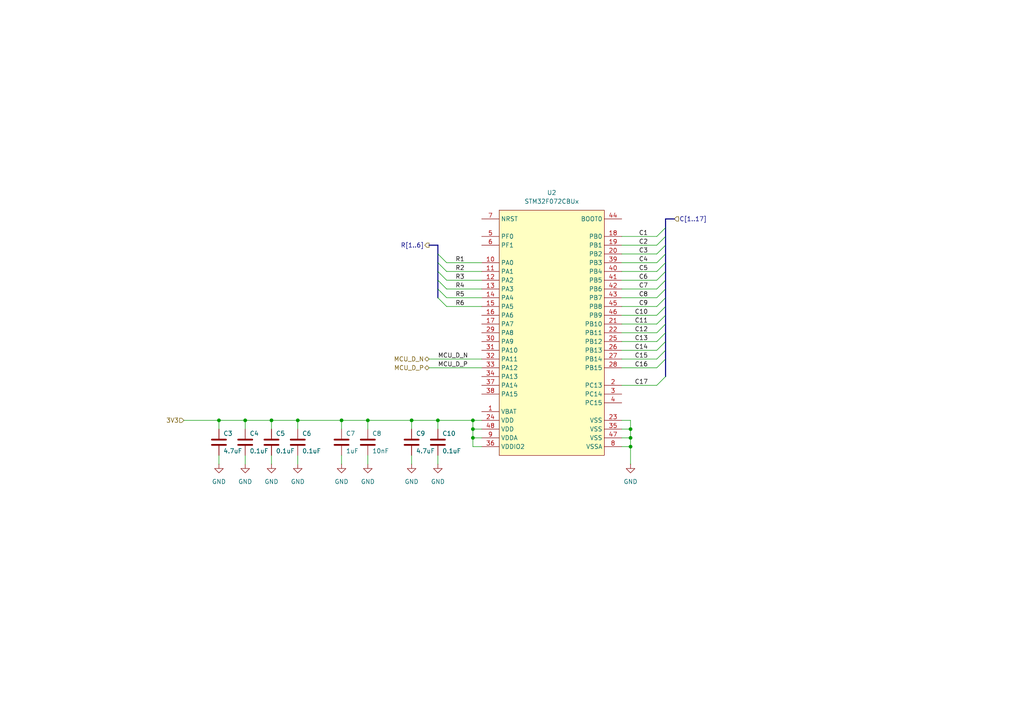
<source format=kicad_sch>
(kicad_sch (version 20250114) (generator "eeschema") (generator_version "9.0")
  (paper "A4")
  (lib_symbols
    (symbol "Device:C" (pin_numbers (hide yes)) (pin_names (offset 0.254))
      (property "Reference" "C" (at 0.635 2.54 0))
      (property "Value" "C" (at 0.635 -2.54 0))
      (symbol "C_0_1"
        (polyline (pts (xy -2.032 0.762) (xy 2.032 0.762)) (stroke (width 0.508)))
        (polyline (pts (xy -2.032 -0.762) (xy 2.032 -0.762)) (stroke (width 0.508)))
      )
      (symbol "C_1_1"
        (pin passive line (at 0 3.81 270) (length 2.794) (name "~") (number "1"))
        (pin passive line (at 0 -3.81 90) (length 2.794) (name "~") (number "2"))
      )
    )
    (symbol "library:STM32F072CBUx"
      (property "Reference" "U" (at 0 40.64 0))
      (property "Value" "STM32F072CBUx" (at 0 38.1 0))
      (symbol "STM32F072CBUx_1_1"
        (rectangle (start -15.24 35.56) (end 15.24 -35.56) (fill (type color) (color 255 255 194 1)))
        (pin input line (at -20.32 33.02 0) (length 5.08) (name "NRST") (number "7"))
        (pin bidirectional line (at -20.32 27.94 0) (length 5.08) (name "PF0") (number "5"))
        (pin bidirectional line (at -20.32 25.4 0) (length 5.08) (name "PF1") (number "6"))
        (pin bidirectional line (at -20.32 20.32 0) (length 5.08) (name "PA0") (number "10"))
        (pin bidirectional line (at -20.32 17.78 0) (length 5.08) (name "PA1") (number "11"))
        (pin bidirectional line (at -20.32 15.24 0) (length 5.08) (name "PA2") (number "12"))
        (pin bidirectional line (at -20.32 12.7 0) (length 5.08) (name "PA3") (number "13"))
        (pin bidirectional line (at -20.32 10.16 0) (length 5.08) (name "PA4") (number "14"))
        (pin bidirectional line (at -20.32 7.62 0) (length 5.08) (name "PA5") (number "15"))
        (pin bidirectional line (at -20.32 5.08 0) (length 5.08) (name "PA6") (number "16"))
        (pin bidirectional line (at -20.32 2.54 0) (length 5.08) (name "PA7") (number "17"))
        (pin bidirectional line (at -20.32 0 0) (length 5.08) (name "PA8") (number "29"))
        (pin bidirectional line (at -20.32 -2.54 0) (length 5.08) (name "PA9") (number "30"))
        (pin bidirectional line (at -20.32 -5.08 0) (length 5.08) (name "PA10") (number "31"))
        (pin bidirectional line (at -20.32 -7.62 0) (length 5.08) (name "PA11") (number "32"))
        (pin bidirectional line (at -20.32 -10.16 0) (length 5.08) (name "PA12") (number "33"))
        (pin bidirectional line (at -20.32 -12.7 0) (length 5.08) (name "PA13") (number "34"))
        (pin bidirectional line (at -20.32 -15.24 0) (length 5.08) (name "PA14") (number "37"))
        (pin bidirectional line (at -20.32 -17.78 0) (length 5.08) (name "PA15") (number "38"))
        (pin power_in line (at -20.32 -22.86 0) (length 5.08) (name "VBAT") (number "1"))
        (pin power_in line (at -20.32 -25.4 0) (length 5.08) (name "VDD") (number "24"))
        (pin power_in line (at -20.32 -27.94 0) (length 5.08) (name "VDD") (number "48"))
        (pin power_in line (at -20.32 -30.48 0) (length 5.08) (name "VDDA") (number "9"))
        (pin power_in line (at -20.32 -33.02 0) (length 5.08) (name "VDDIO2") (number "36"))
        (pin input line (at 20.32 33.02 180) (length 5.08) (name "BOOT0") (number "44"))
        (pin bidirectional line (at 20.32 27.94 180) (length 5.08) (name "PB0") (number "18"))
        (pin bidirectional line (at 20.32 25.4 180) (length 5.08) (name "PB1") (number "19"))
        (pin bidirectional line (at 20.32 22.86 180) (length 5.08) (name "PB2") (number "20"))
        (pin bidirectional line (at 20.32 20.32 180) (length 5.08) (name "PB3") (number "39"))
        (pin bidirectional line (at 20.32 17.78 180) (length 5.08) (name "PB4") (number "40"))
        (pin bidirectional line (at 20.32 15.24 180) (length 5.08) (name "PB5") (number "41"))
        (pin bidirectional line (at 20.32 12.7 180) (length 5.08) (name "PB6") (number "42"))
        (pin bidirectional line (at 20.32 10.16 180) (length 5.08) (name "PB7") (number "43"))
        (pin bidirectional line (at 20.32 7.62 180) (length 5.08) (name "PB8") (number "45"))
        (pin bidirectional line (at 20.32 5.08 180) (length 5.08) (name "PB9") (number "46"))
        (pin bidirectional line (at 20.32 2.54 180) (length 5.08) (name "PB10") (number "21"))
        (pin bidirectional line (at 20.32 0 180) (length 5.08) (name "PB11") (number "22"))
        (pin bidirectional line (at 20.32 -2.54 180) (length 5.08) (name "PB12") (number "25"))
        (pin bidirectional line (at 20.32 -5.08 180) (length 5.08) (name "PB13") (number "26"))
        (pin bidirectional line (at 20.32 -7.62 180) (length 5.08) (name "PB14") (number "27"))
        (pin bidirectional line (at 20.32 -10.16 180) (length 5.08) (name "PB15") (number "28"))
        (pin bidirectional line (at 20.32 -15.24 180) (length 5.08) (name "PC13") (number "2"))
        (pin bidirectional line (at 20.32 -17.78 180) (length 5.08) (name "PC14") (number "3"))
        (pin bidirectional line (at 20.32 -20.32 180) (length 5.08) (name "PC15") (number "4"))
        (pin power_in line (at 20.32 -25.4 180) (length 5.08) (name "VSS") (number "23"))
        (pin power_in line (at 20.32 -25.4 180) (length 5.08) (hide yes) (name "GND") (number "EP"))
        (pin power_in line (at 20.32 -27.94 180) (length 5.08) (name "VSS") (number "35"))
        (pin power_in line (at 20.32 -30.48 180) (length 5.08) (name "VSS") (number "47"))
        (pin power_in line (at 20.32 -33.02 180) (length 5.08) (name "VSSA") (number "8"))
      )
    )
    (symbol "power:GND" (power) (pin_numbers (hide yes)) (pin_names (offset 0) (hide yes))
      (property "Value" "GND" (at 0 -3.81 0))
      (symbol "GND_0_1"
        (polyline (pts (xy 0 0) (xy 0 -1.27) (xy 1.27 -1.27) (xy 0 -2.54) (xy -1.27 -1.27) (xy 0 -1.27)))
      )
      (symbol "GND_1_1"
        (pin power_in line (at 0 0 270) (length 0) (name "~") (number "1"))
      )
    )
  )
  (junction (at 182.88 124.46))
  (junction (at 71.12 121.92))
  (junction (at 127 121.92))
  (junction (at 182.88 129.54))
  (junction (at 106.68 121.92))
  (junction (at 137.16 127))
  (junction (at 137.16 124.46))
  (junction (at 99.06 121.92))
  (junction (at 119.38 121.92))
  (junction (at 78.74 121.92))
  (junction (at 137.16 121.92))
  (junction (at 63.5 121.92))
  (junction (at 86.36 121.92))
  (junction (at 182.88 127))
  (bus_entry (at 127 76.2) (size 2.54 2.54))
  (bus_entry (at 193.04 78.74) (size -2.54 2.54))
  (bus_entry (at 193.04 81.28) (size -2.54 2.54))
  (bus_entry (at 193.04 88.9) (size -2.54 2.54))
  (bus_entry (at 127 78.74) (size 2.54 2.54))
  (bus_entry (at 127 86.36) (size 2.54 2.54))
  (bus_entry (at 193.04 86.36) (size -2.54 2.54))
  (bus_entry (at 193.04 99.06) (size -2.54 2.54))
  (bus_entry (at 127 81.28) (size 2.54 2.54))
  (bus_entry (at 193.04 83.82) (size -2.54 2.54))
  (bus_entry (at 193.04 101.6) (size -2.54 2.54))
  (bus_entry (at 193.04 109.22) (size -2.54 2.54))
  (bus_entry (at 193.04 73.66) (size -2.54 2.54))
  (bus_entry (at 193.04 71.12) (size -2.54 2.54))
  (bus_entry (at 193.04 104.14) (size -2.54 2.54))
  (bus_entry (at 193.04 96.52) (size -2.54 2.54))
  (bus_entry (at 193.04 68.58) (size -2.54 2.54))
  (bus_entry (at 193.04 76.2) (size -2.54 2.54))
  (bus_entry (at 193.04 66.04) (size -2.54 2.54))
  (bus_entry (at 193.04 93.98) (size -2.54 2.54))
  (bus_entry (at 193.04 91.44) (size -2.54 2.54))
  (bus_entry (at 127 83.82) (size 2.54 2.54))
  (bus_entry (at 127 73.66) (size 2.54 2.54))
  (wire (pts (xy 119.38 134.62) (xy 119.38 132.08)))
  (wire (pts (xy 63.5 121.92) (xy 71.12 121.92)))
  (wire (pts (xy 53.34 121.92) (xy 63.5 121.92)))
  (wire (pts (xy 180.34 106.68) (xy 190.5 106.68)))
  (wire (pts (xy 137.16 124.46) (xy 137.16 127)))
  (wire (pts (xy 190.5 81.28) (xy 180.34 81.28)))
  (wire (pts (xy 119.38 121.92) (xy 127 121.92)))
  (wire (pts (xy 190.5 78.74) (xy 180.34 78.74)))
  (wire (pts (xy 129.54 76.2) (xy 139.7 76.2)))
  (wire (pts (xy 129.54 81.28) (xy 139.7 81.28)))
  (wire (pts (xy 129.54 83.82) (xy 139.7 83.82)))
  (wire (pts (xy 182.88 129.54) (xy 180.34 129.54)))
  (wire (pts (xy 127 134.62) (xy 127 132.08)))
  (wire (pts (xy 180.34 93.98) (xy 190.5 93.98)))
  (bus (pts (xy 193.04 93.98) (xy 193.04 96.52)))
  (wire (pts (xy 190.5 76.2) (xy 180.34 76.2)))
  (wire (pts (xy 137.16 124.46) (xy 139.7 124.46)))
  (wire (pts (xy 106.68 121.92) (xy 119.38 121.92)))
  (bus (pts (xy 193.04 99.06) (xy 193.04 101.6)))
  (bus (pts (xy 193.04 71.12) (xy 193.04 68.58)))
  (wire (pts (xy 182.88 124.46) (xy 180.34 124.46)))
  (wire (pts (xy 63.5 121.92) (xy 63.5 124.46)))
  (bus (pts (xy 193.04 81.28) (xy 193.04 78.74)))
  (bus (pts (xy 193.04 91.44) (xy 193.04 93.98)))
  (wire (pts (xy 182.88 127) (xy 182.88 129.54)))
  (wire (pts (xy 129.54 88.9) (xy 139.7 88.9)))
  (wire (pts (xy 71.12 121.92) (xy 78.74 121.92)))
  (wire (pts (xy 190.5 71.12) (xy 180.34 71.12)))
  (wire (pts (xy 190.5 86.36) (xy 180.34 86.36)))
  (wire (pts (xy 78.74 121.92) (xy 86.36 121.92)))
  (wire (pts (xy 129.54 78.74) (xy 139.7 78.74)))
  (wire (pts (xy 180.34 91.44) (xy 190.5 91.44)))
  (wire (pts (xy 137.16 129.54) (xy 139.7 129.54)))
  (bus (pts (xy 127 76.2) (xy 127 78.74)))
  (wire (pts (xy 129.54 86.36) (xy 139.7 86.36)))
  (bus (pts (xy 193.04 63.5) (xy 195.58 63.5)))
  (bus (pts (xy 124.46 71.12) (xy 127 71.12)))
  (wire (pts (xy 180.34 96.52) (xy 190.5 96.52)))
  (wire (pts (xy 190.5 68.58) (xy 180.34 68.58)))
  (wire (pts (xy 78.74 121.92) (xy 78.74 124.46)))
  (bus (pts (xy 193.04 83.82) (xy 193.04 86.36)))
  (wire (pts (xy 71.12 121.92) (xy 71.12 124.46)))
  (wire (pts (xy 137.16 127) (xy 139.7 127)))
  (bus (pts (xy 193.04 88.9) (xy 193.04 91.44)))
  (wire (pts (xy 180.34 99.06) (xy 190.5 99.06)))
  (wire (pts (xy 106.68 121.92) (xy 106.68 124.46)))
  (wire (pts (xy 99.06 134.62) (xy 99.06 132.08)))
  (wire (pts (xy 99.06 121.92) (xy 99.06 124.46)))
  (bus (pts (xy 127 81.28) (xy 127 83.82)))
  (wire (pts (xy 78.74 134.62) (xy 78.74 132.08)))
  (wire (pts (xy 180.34 88.9) (xy 190.5 88.9)))
  (bus (pts (xy 127 83.82) (xy 127 86.36)))
  (wire (pts (xy 190.5 83.82) (xy 180.34 83.82)))
  (wire (pts (xy 137.16 121.92) (xy 139.7 121.92)))
  (bus (pts (xy 193.04 76.2) (xy 193.04 73.66)))
  (wire (pts (xy 190.5 73.66) (xy 180.34 73.66)))
  (wire (pts (xy 63.5 134.62) (xy 63.5 132.08)))
  (wire (pts (xy 86.36 134.62) (xy 86.36 132.08)))
  (wire (pts (xy 127 121.92) (xy 127 124.46)))
  (wire (pts (xy 182.88 129.54) (xy 182.88 134.62)))
  (wire (pts (xy 180.34 104.14) (xy 190.5 104.14)))
  (bus (pts (xy 127 71.12) (xy 127 73.66)))
  (wire (pts (xy 119.38 121.92) (xy 119.38 124.46)))
  (bus (pts (xy 127 78.74) (xy 127 81.28)))
  (wire (pts (xy 106.68 134.62) (xy 106.68 132.08)))
  (wire (pts (xy 86.36 121.92) (xy 86.36 124.46)))
  (bus (pts (xy 193.04 86.36) (xy 193.04 88.9)))
  (bus (pts (xy 193.04 104.14) (xy 193.04 109.22)))
  (bus (pts (xy 193.04 66.04) (xy 193.04 63.5)))
  (wire (pts (xy 137.16 127) (xy 137.16 129.54)))
  (wire (pts (xy 124.46 104.14) (xy 139.7 104.14)))
  (bus (pts (xy 193.04 78.74) (xy 193.04 76.2)))
  (bus (pts (xy 193.04 73.66) (xy 193.04 71.12)))
  (wire (pts (xy 180.34 101.6) (xy 190.5 101.6)))
  (wire (pts (xy 124.46 106.68) (xy 139.7 106.68)))
  (wire (pts (xy 182.88 124.46) (xy 182.88 127)))
  (wire (pts (xy 127 121.92) (xy 137.16 121.92)))
  (wire (pts (xy 86.36 121.92) (xy 99.06 121.92)))
  (bus (pts (xy 193.04 68.58) (xy 193.04 66.04)))
  (bus (pts (xy 127 73.66) (xy 127 76.2)))
  (wire (pts (xy 180.34 111.76) (xy 190.5 111.76)))
  (wire (pts (xy 137.16 121.92) (xy 137.16 124.46)))
  (bus (pts (xy 193.04 101.6) (xy 193.04 104.14)))
  (wire (pts (xy 182.88 121.92) (xy 180.34 121.92)))
  (bus (pts (xy 193.04 83.82) (xy 193.04 81.28)))
  (wire (pts (xy 71.12 134.62) (xy 71.12 132.08)))
  (wire (pts (xy 182.88 121.92) (xy 182.88 124.46)))
  (wire (pts (xy 182.88 127) (xy 180.34 127)))
  (bus (pts (xy 193.04 96.52) (xy 193.04 99.06)))
  (wire (pts (xy 99.06 121.92) (xy 106.68 121.92)))
  (label "C16" (at 187.96 106.68 180))
  (label "C17" (at 187.96 111.76 180))
  (label "R2" (at 132.08 78.74 0))
  (label "C12" (at 187.96 96.52 180))
  (label "C5" (at 187.96 78.74 180))
  (label "C4" (at 187.96 76.2 180))
  (label "C14" (at 187.96 101.6 180))
  (label "C2" (at 187.96 71.12 180))
  (label "C10" (at 187.96 91.44 180))
  (label "C1" (at 187.96 68.58 180))
  (label "R1" (at 132.08 76.2 0))
  (label "C15" (at 187.96 104.14 180))
  (label "R4" (at 132.08 83.82 0))
  (label "C9" (at 187.96 88.9 180))
  (label "R5" (at 132.08 86.36 0))
  (label "C13" (at 187.96 99.06 180))
  (label "R3" (at 132.08 81.28 0))
  (label "C7" (at 187.96 83.82 180))
  (label "C8" (at 187.96 86.36 180))
  (label "C11" (at 187.96 93.98 180))
  (label "C3" (at 187.96 73.66 180))
  (label "R6" (at 132.08 88.9 0))
  (label "MCU_D_N" (at 127 104.14 0))
  (label "MCU_D_P" (at 127 106.68 0))
  (label "C6" (at 187.96 81.28 180))
  (hierarchical_label "C[1..17]" (shape input) (at 195.58 63.5 0))
  (hierarchical_label "3V3" (shape input) (at 53.34 121.92 180))
  (hierarchical_label "R[1..6]" (shape output) (at 124.46 71.12 180))
  (hierarchical_label "MCU_D_P" (shape bidirectional) (at 124.46 106.68 180))
  (hierarchical_label "MCU_D_N" (shape bidirectional) (at 124.46 104.14 180))
  (symbol (lib_id "Device:C") (at 86.36 128.27 0) (unit 1)
    (property "Reference" "C6" (at 87.63 125.73 0) (effects (justify left)))
    (property "Value" "0.1uF" (at 87.63 130.81 0) (effects (justify left)))
    (property "Footprint" "Capacitor_SMD:C_0402_1005Metric" (effects (hide yes)))
    (property "Description" "CAP CER 0.1UF 25V X5R 0402" (effects (hide yes)))
    (property "Manufacturer" "Samsung Electro-Mechanics" (effects (hide yes)))
    (property "Manufacturer Product Number" "CL05A104KA5NNNC" (effects (hide yes)))
  )
  (symbol (lib_id "power:GND") (at 63.5 134.62 0) (unit 1)
    (property "Reference" "#PWR04" (effects (hide yes)))
    (property "Value" "GND" (at 63.5 139.7 0))
    (property "Description" "Power symbol creates a global label with name \"GND\" , ground" (effects (hide yes)))
  )
  (symbol (lib_id "library:STM32F072CBUx") (at 160.02 96.52 0) (unit 1)
    (property "Reference" "U2" (at 160.02 55.88 0))
    (property "Value" "STM32F072CBUx" (at 160.02 58.42 0))
    (property "Footprint" "Package_DFN_QFN:QFN-48-1EP_7x7mm_P0.5mm_EP5.6x5.6mm" (effects (hide yes)))
    (property "Datasheet" "https://www.st.com/resource/en/datasheet/stm32f072c8.pdf" (effects (hide yes)))
    (property "Description" "IC MCU 32BIT 128KB FLSH 48UFQFPN" (effects (hide yes)))
    (property "Manufacturer" "STMicroelectronics" (effects (hide yes)))
    (property "Manufacturer Product Number" "STM32F072CBU6" (effects (hide yes)))
  )
  (symbol (lib_id "power:GND") (at 86.36 134.62 0) (unit 1)
    (property "Reference" "#PWR07" (effects (hide yes)))
    (property "Value" "GND" (at 86.36 139.7 0))
    (property "Description" "Power symbol creates a global label with name \"GND\" , ground" (effects (hide yes)))
  )
  (symbol (lib_id "Device:C") (at 106.68 128.27 0) (unit 1)
    (property "Reference" "C8" (at 107.95 125.73 0) (effects (justify left)))
    (property "Value" "10nF" (at 107.95 130.81 0) (effects (justify left)))
    (property "Footprint" "Capacitor_SMD:C_0603_1608Metric" (effects (hide yes)))
    (property "Description" "CAP CER 0402 10NF 16V X7R 10%" (effects (hide yes)))
    (property "Manufacturer" "KEMET" (effects (hide yes)))
    (property "Manufacturer Product Number" "C0402C103K4REC7411" (effects (hide yes)))
  )
  (symbol (lib_id "power:GND") (at 127 134.62 0) (unit 1)
    (property "Reference" "#PWR011" (effects (hide yes)))
    (property "Value" "GND" (at 127 139.7 0))
    (property "Description" "Power symbol creates a global label with name \"GND\" , ground" (effects (hide yes)))
  )
  (symbol (lib_id "Device:C") (at 71.12 128.27 0) (unit 1)
    (property "Reference" "C4" (at 72.39 125.73 0) (effects (justify left)))
    (property "Value" "0.1uF" (at 72.39 130.81 0) (effects (justify left)))
    (property "Footprint" "Capacitor_SMD:C_0402_1005Metric" (effects (hide yes)))
    (property "Description" "CAP CER 0.1UF 25V X5R 0402" (effects (hide yes)))
    (property "Manufacturer" "Samsung Electro-Mechanics" (effects (hide yes)))
    (property "Manufacturer Product Number" "CL05A104KA5NNNC" (effects (hide yes)))
  )
  (symbol (lib_id "Device:C") (at 127 128.27 0) (unit 1)
    (property "Reference" "C10" (at 128.27 125.73 0) (effects (justify left)))
    (property "Value" "0.1uF" (at 128.27 130.81 0) (effects (justify left)))
    (property "Footprint" "Capacitor_SMD:C_0402_1005Metric" (effects (hide yes)))
    (property "Description" "CAP CER 0.1UF 25V X5R 0402" (effects (hide yes)))
    (property "Manufacturer" "Samsung Electro-Mechanics" (effects (hide yes)))
    (property "Manufacturer Product Number" "CL05A104KA5NNNC" (effects (hide yes)))
  )
  (symbol (lib_id "Device:C") (at 63.5 128.27 0) (unit 1)
    (property "Reference" "C3" (at 64.77 125.73 0) (effects (justify left)))
    (property "Value" "4.7uF" (at 64.77 130.81 0) (effects (justify left)))
    (property "Footprint" "Capacitor_SMD:C_0603_1608Metric" (effects (hide yes)))
    (property "Description" "CAP CER 4.7UF 10V X5R 0603" (effects (hide yes)))
    (property "Manufacturer" "Samsung Electro-Mechanics" (effects (hide yes)))
    (property "Manufacturer Product Number" "CL10A475KP8NNNC" (effects (hide yes)))
  )
  (symbol (lib_id "power:GND") (at 71.12 134.62 0) (unit 1)
    (property "Reference" "#PWR05" (effects (hide yes)))
    (property "Value" "GND" (at 71.12 139.7 0))
    (property "Description" "Power symbol creates a global label with name \"GND\" , ground" (effects (hide yes)))
  )
  (symbol (lib_id "Device:C") (at 78.74 128.27 0) (unit 1)
    (property "Reference" "C5" (at 80.01 125.73 0) (effects (justify left)))
    (property "Value" "0.1uF" (at 80.01 130.81 0) (effects (justify left)))
    (property "Footprint" "Capacitor_SMD:C_0402_1005Metric" (effects (hide yes)))
    (property "Description" "CAP CER 0.1UF 25V X5R 0402" (effects (hide yes)))
    (property "Manufacturer" "Samsung Electro-Mechanics" (effects (hide yes)))
    (property "Manufacturer Product Number" "CL05A104KA5NNNC" (effects (hide yes)))
  )
  (symbol (lib_id "power:GND") (at 106.68 134.62 0) (unit 1)
    (property "Reference" "#PWR09" (effects (hide yes)))
    (property "Value" "GND" (at 106.68 139.7 0))
    (property "Description" "Power symbol creates a global label with name \"GND\" , ground" (effects (hide yes)))
  )
  (symbol (lib_id "power:GND") (at 182.88 134.62 0) (unit 1)
    (property "Reference" "#PWR012" (effects (hide yes)))
    (property "Value" "GND" (at 182.88 139.7 0))
    (property "Description" "Power symbol creates a global label with name \"GND\" , ground" (effects (hide yes)))
  )
  (symbol (lib_id "Device:C") (at 99.06 128.27 0) (unit 1)
    (property "Reference" "C7" (at 100.33 125.73 0) (effects (justify left)))
    (property "Value" "1uF" (at 100.33 130.81 0) (effects (justify left)))
    (property "Footprint" "Capacitor_SMD:C_0402_1005Metric" (effects (hide yes)))
    (property "Description" "CAP CER 1UF 6.3V X5R 0402" (effects (hide yes)))
    (property "Manufacturer" "KEMET" (effects (hide yes)))
    (property "Manufacturer Product Number" "C0402C105K9PACTU" (effects (hide yes)))
  )
  (symbol (lib_id "power:GND") (at 99.06 134.62 0) (unit 1)
    (property "Reference" "#PWR08" (effects (hide yes)))
    (property "Value" "GND" (at 99.06 139.7 0))
    (property "Description" "Power symbol creates a global label with name \"GND\" , ground" (effects (hide yes)))
  )
  (symbol (lib_id "power:GND") (at 78.74 134.62 0) (unit 1)
    (property "Reference" "#PWR06" (effects (hide yes)))
    (property "Value" "GND" (at 78.74 139.7 0))
    (property "Description" "Power symbol creates a global label with name \"GND\" , ground" (effects (hide yes)))
  )
  (symbol (lib_id "power:GND") (at 119.38 134.62 0) (unit 1)
    (property "Reference" "#PWR010" (effects (hide yes)))
    (property "Value" "GND" (at 119.38 139.7 0))
    (property "Description" "Power symbol creates a global label with name \"GND\" , ground" (effects (hide yes)))
  )
  (symbol (lib_id "Device:C") (at 119.38 128.27 0) (unit 1)
    (property "Reference" "C9" (at 120.65 125.73 0) (effects (justify left)))
    (property "Value" "4.7uF" (at 120.65 130.81 0) (effects (justify left)))
    (property "Footprint" "Capacitor_SMD:C_0603_1608Metric" (effects (hide yes)))
    (property "Description" "CAP CER 4.7UF 10V X5R 0603" (effects (hide yes)))
    (property "Manufacturer" "Samsung Electro-Mechanics" (effects (hide yes)))
    (property "Manufacturer Product Number" "CL10A475KP8NNNC" (effects (hide yes)))
  )
)
</source>
